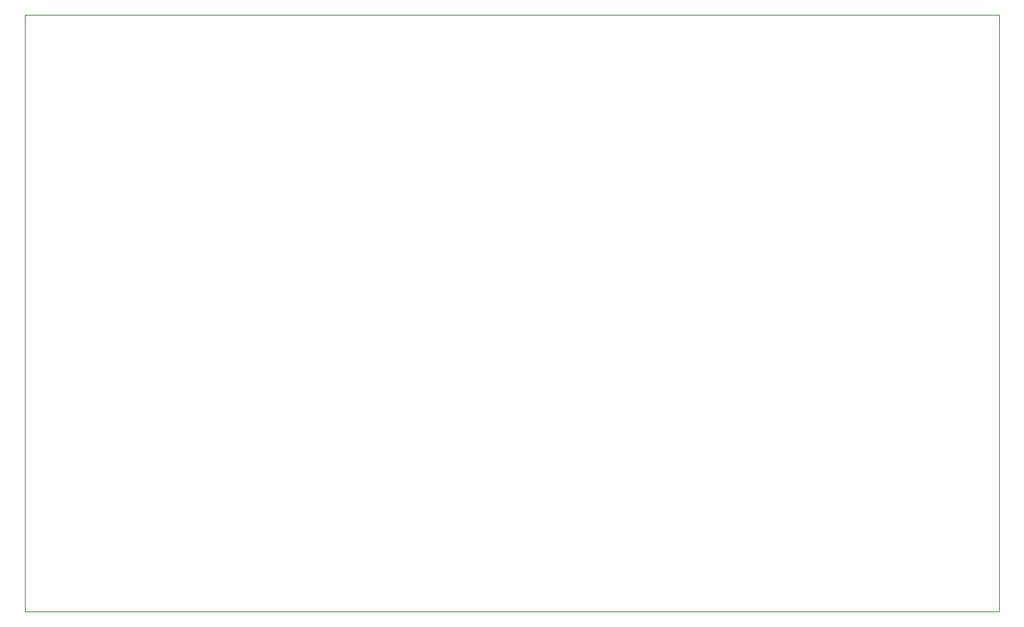
<source format=gbr>
%TF.GenerationSoftware,KiCad,Pcbnew,8.0.1*%
%TF.CreationDate,2024-05-23T13:36:51+02:00*%
%TF.ProjectId,BLDCsensDrv,424c4443-7365-46e7-9344-72762e6b6963,rev?*%
%TF.SameCoordinates,Original*%
%TF.FileFunction,Profile,NP*%
%FSLAX46Y46*%
G04 Gerber Fmt 4.6, Leading zero omitted, Abs format (unit mm)*
G04 Created by KiCad (PCBNEW 8.0.1) date 2024-05-23 13:36:51*
%MOMM*%
%LPD*%
G01*
G04 APERTURE LIST*
%TA.AperFunction,Profile*%
%ADD10C,0.100000*%
%TD*%
G04 APERTURE END LIST*
D10*
X89580000Y-57720000D02*
X195580000Y-57720000D01*
X195580000Y-122720000D01*
X89580000Y-122720000D01*
X89580000Y-57720000D01*
M02*

</source>
